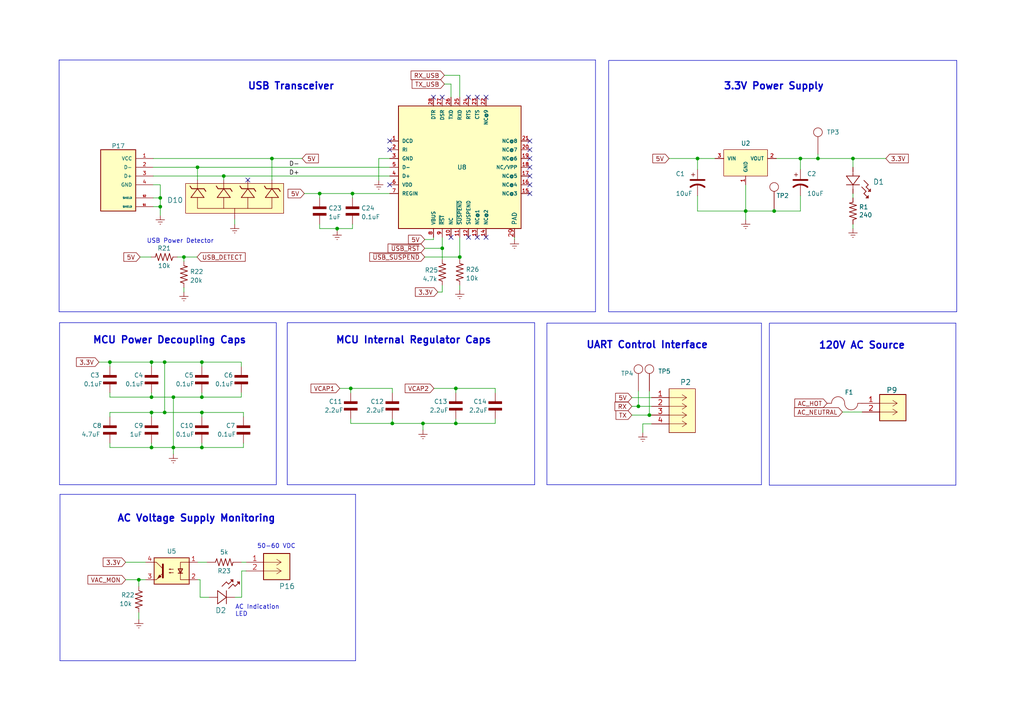
<source format=kicad_sch>
(kicad_sch (version 20230121) (generator eeschema)
  (paper "A4")
  (lib_symbols
    (symbol "Engine-Controller:RES_0805" (pin_numbers hide) (pin_names (offset 1.016) hide)
      (property "Reference" "R" (at -1.27 1.27 0))
      (property "Value" "Engine-Controller_RES_0805" (at -3.81 -2.54 0))
      (symbol "RES_0805_0_0"
        (polyline (pts (xy -2.54 0) (xy -2.159 1.016)) (stroke (width 0.2032)))
        (polyline (pts (xy -2.159 1.016) (xy -1.524 -1.016)) (stroke (width 0.2032)))
        (polyline (pts (xy -1.524 -1.016) (xy -0.889 1.016)) (stroke (width 0.2032)))
        (polyline (pts (xy -0.889 1.016) (xy -0.254 -1.016)) (stroke (width 0.2032)))
        (polyline (pts (xy -0.254 -1.016) (xy 0.381 1.016)) (stroke (width 0.2032)))
        (polyline (pts (xy 0.381 1.016) (xy 1.016 -1.016)) (stroke (width 0.2032)))
        (polyline (pts (xy 1.016 -1.016) (xy 1.651 1.016)) (stroke (width 0.2032)))
        (polyline (pts (xy 1.651 1.016) (xy 2.286 -1.016)) (stroke (width 0.2032)))
        (polyline (pts (xy 2.286 -1.016) (xy 2.54 0)) (stroke (width 0.2032)))
        (pin passive line (at -5.08 0 0) (length 2.54) (name "~") (number "1"))
        (pin passive line (at 5.08 0 180) (length 2.54) (name "~") (number "2"))
      )
    )
    (symbol "Flight-Computer:CAP_0603" (pin_numbers hide) (pin_names (offset 1.016) hide)
      (property "Reference" "C" (at -1.27 3.81 0))
      (property "Value" "CAP_0603" (at -3.81 -3.81 0))
      (symbol "CAP_0603_0_0"
        (rectangle (start -1.27 -1.905) (end -0.635 1.905) (fill (type outline)))
        (rectangle (start 0.635 -1.905) (end 1.27 1.905) (fill (type outline)))
        (pin passive line (at 3.81 0 180) (length 2.54) (name "~") (number "1"))
        (pin passive line (at -3.81 0 0) (length 2.54) (name "~") (number "2"))
      )
    )
    (symbol "Flight-Computer:CP2102-GMR(QFN28)" (pin_names (offset 1.016))
      (property "Reference" "U" (at -15.24 19.05 0))
      (symbol "CP2102-GMR(QFN28)_0_0"
        (rectangle (start -17.78 17.78) (end 17.78 -17.78) (stroke (width 0.254)) (fill (type background)))
        (pin bidirectional line (at -20.32 7.62 0) (length 2.54) (name "DCD") (number "1"))
        (pin bidirectional line (at -2.54 -20.32 90) (length 2.54) (name "NC") (number "10"))
        (pin bidirectional line (at 0 -20.32 90) (length 2.54) (name "~{SUSPEND}") (number "11"))
        (pin bidirectional line (at 2.54 -20.32 90) (length 2.54) (name "SUSPEND") (number "12"))
        (pin bidirectional line (at 5.08 -20.32 90) (length 2.54) (name "NC@1") (number "13"))
        (pin bidirectional line (at 7.62 -20.32 90) (length 2.54) (name "NC@2") (number "14"))
        (pin bidirectional line (at 20.32 -7.62 180) (length 2.54) (name "NC@3") (number "15"))
        (pin bidirectional line (at 20.32 -5.08 180) (length 2.54) (name "NC@4") (number "16"))
        (pin bidirectional line (at 20.32 -2.54 180) (length 2.54) (name "NC@5") (number "17"))
        (pin bidirectional line (at 20.32 0 180) (length 2.54) (name "NC/VPP") (number "18"))
        (pin bidirectional line (at 20.32 2.54 180) (length 2.54) (name "NC@6") (number "19"))
        (pin bidirectional line (at -20.32 5.08 0) (length 2.54) (name "RI") (number "2"))
        (pin bidirectional line (at 20.32 5.08 180) (length 2.54) (name "NC@7") (number "20"))
        (pin bidirectional line (at 20.32 7.62 180) (length 2.54) (name "NC@8") (number "21"))
        (pin bidirectional line (at 7.62 20.32 270) (length 2.54) (name "NC@9") (number "22"))
        (pin bidirectional line (at 5.08 20.32 270) (length 2.54) (name "CTS") (number "23"))
        (pin bidirectional line (at 2.54 20.32 270) (length 2.54) (name "RTS") (number "24"))
        (pin bidirectional line (at 0 20.32 270) (length 2.54) (name "RXD") (number "25"))
        (pin bidirectional line (at -2.54 20.32 270) (length 2.54) (name "TXD") (number "26"))
        (pin bidirectional line (at -5.08 20.32 270) (length 2.54) (name "DSR") (number "27"))
        (pin bidirectional line (at -7.62 20.32 270) (length 2.54) (name "DTR") (number "28"))
        (pin power_in line (at -20.32 2.54 0) (length 2.54) (name "GND") (number "3"))
        (pin bidirectional line (at -20.32 -2.54 0) (length 2.54) (name "D+") (number "4"))
        (pin bidirectional line (at -20.32 0 0) (length 2.54) (name "D-") (number "5"))
        (pin bidirectional line (at -20.32 -5.08 0) (length 2.54) (name "VDD") (number "6"))
        (pin power_in line (at -20.32 -7.62 0) (length 2.54) (name "REGIN") (number "7"))
        (pin power_in line (at -7.62 -20.32 90) (length 2.54) (name "VBUS") (number "8"))
        (pin bidirectional line (at -5.08 -20.32 90) (length 2.54) (name "~{RST}") (number "9"))
      )
      (symbol "CP2102-GMR(QFN28)_1_1"
        (pin passive line (at 15.875 -20.32 90) (length 2.54) (name "PAD") (number "29"))
      )
    )
    (symbol "Flight-Computer:Earth" (power) (pin_names (offset 0))
      (symbol "Earth_0_1"
        (polyline (pts (xy -0.635 -1.905) (xy 0.635 -1.905)))
        (polyline (pts (xy -0.127 -2.54) (xy 0.127 -2.54)))
        (polyline (pts (xy 0 -1.27) (xy 0 0)))
        (polyline (pts (xy 1.27 -1.27) (xy -1.27 -1.27)))
      )
      (symbol "Earth_1_1"
        (pin power_in line (at 0 0 270) (length 0) hide (name "Earth") (number "1"))
      )
    )
    (symbol "Flight-Computer:RES_0603" (pin_numbers hide) (pin_names (offset 1.016) hide)
      (property "Reference" "R" (at -1.27 1.27 0))
      (property "Value" "RES_0603" (at -3.81 -2.54 0))
      (symbol "RES_0603_0_0"
        (polyline (pts (xy -2.54 0) (xy -2.159 1.016)) (stroke (width 0.2032)))
        (polyline (pts (xy -2.159 1.016) (xy -1.524 -1.016)) (stroke (width 0.2032)))
        (polyline (pts (xy -1.524 -1.016) (xy -0.889 1.016)) (stroke (width 0.2032)))
        (polyline (pts (xy -0.889 1.016) (xy -0.254 -1.016)) (stroke (width 0.2032)))
        (polyline (pts (xy -0.254 -1.016) (xy 0.381 1.016)) (stroke (width 0.2032)))
        (polyline (pts (xy 0.381 1.016) (xy 1.016 -1.016)) (stroke (width 0.2032)))
        (polyline (pts (xy 1.016 -1.016) (xy 1.651 1.016)) (stroke (width 0.2032)))
        (polyline (pts (xy 1.651 1.016) (xy 2.286 -1.016)) (stroke (width 0.2032)))
        (polyline (pts (xy 2.286 -1.016) (xy 2.54 0)) (stroke (width 0.2032)))
        (pin passive line (at -3.81 0 0) (length 1.27) (name "~") (number "1"))
        (pin passive line (at 3.81 0 180) (length 1.27) (name "~") (number "2"))
      )
    )
    (symbol "Flight-Computer:SP0504BAHTG" (pin_numbers hide) (pin_names hide)
      (property "Reference" "D" (at -15.748 1.905 0))
      (symbol "SP0504BAHTG_0_1"
        (rectangle (start -14.224 4.699) (end 14.224 -3.937) (stroke (width 0.1524)) (fill (type background)))
        (polyline (pts (xy -8.89 3.175) (xy -8.382 2.413)) (stroke (width 0.254)))
        (polyline (pts (xy -3.175 0.635) (xy -3.175 -2.54)) (stroke (width 0.1524)))
        (polyline (pts (xy 3.81 0.635) (xy 3.81 -2.54)) (stroke (width 0.1524)))
        (polyline (pts (xy -8.89 3.175) (xy -12.446 3.175) (xy -12.954 3.937)) (stroke (width 0.254)))
        (polyline (pts (xy 10.795 0.635) (xy 10.795 -2.54) (xy 0 -2.54)) (stroke (width 0.1524)))
        (polyline (pts (xy 0 -3.175) (xy 0 -2.54) (xy -10.795 -2.54) (xy -10.795 0.635)) (stroke (width 0.1524)))
      )
      (symbol "SP0504BAHTG_1_1"
        (polyline (pts (xy -12.7 0.635) (xy -8.89 0.635)) (stroke (width 0.2032)))
        (polyline (pts (xy -10.795 3.175) (xy -12.7 0.635)) (stroke (width 0.2032)))
        (polyline (pts (xy -8.89 0.635) (xy -10.795 3.175)) (stroke (width 0.2032)))
        (polyline (pts (xy -5.08 0.635) (xy -1.27 0.635)) (stroke (width 0.2032)))
        (polyline (pts (xy -3.175 3.175) (xy -5.08 0.635)) (stroke (width 0.2032)))
        (polyline (pts (xy -1.27 0.635) (xy -3.175 3.175)) (stroke (width 0.2032)))
        (polyline (pts (xy -1.27 3.175) (xy -0.762 2.413)) (stroke (width 0.254)))
        (polyline (pts (xy 1.905 0.635) (xy 5.715 0.635)) (stroke (width 0.2032)))
        (polyline (pts (xy 3.81 3.175) (xy 1.905 0.635)) (stroke (width 0.2032)))
        (polyline (pts (xy 5.588 3.175) (xy 6.096 2.413)) (stroke (width 0.254)))
        (polyline (pts (xy 5.715 0.635) (xy 3.81 3.175)) (stroke (width 0.2032)))
        (polyline (pts (xy 8.89 0.635) (xy 12.7 0.635)) (stroke (width 0.2032)))
        (polyline (pts (xy 10.795 3.175) (xy 8.89 0.635)) (stroke (width 0.2032)))
        (polyline (pts (xy 12.7 0.635) (xy 10.795 3.175)) (stroke (width 0.2032)))
        (polyline (pts (xy 12.7 3.175) (xy 13.208 2.413)) (stroke (width 0.254)))
        (polyline (pts (xy -1.27 3.175) (xy -4.826 3.175) (xy -5.334 3.937)) (stroke (width 0.254)))
        (polyline (pts (xy 5.588 3.175) (xy 2.032 3.175) (xy 1.524 3.937)) (stroke (width 0.254)))
        (polyline (pts (xy 12.7 3.175) (xy 9.144 3.175) (xy 8.636 3.937)) (stroke (width 0.254)))
        (pin passive line (at -10.795 5.715 270) (length 2.54) (name "~") (number "1"))
        (pin passive line (at 0 -5.715 90) (length 2.54) (name "~") (number "2"))
        (pin passive line (at -3.175 5.715 270) (length 2.54) (name "~") (number "3"))
        (pin passive line (at 3.81 5.715 270) (length 2.54) (name "~") (number "4"))
        (pin passive line (at 10.795 5.715 270) (length 2.54) (name "~") (number "5"))
      )
    )
    (symbol "L0005-Valve-Controller:0678L9100-02" (pin_numbers hide) (pin_names (offset 1.016) hide)
      (property "Reference" "F" (at -5.08 2.54 0))
      (symbol "0678L9100-02_0_0"
        (arc (start 0 0) (mid -1.905 1.8967) (end -3.81 0) (stroke (width 0.1524)))
        (polyline (pts (xy -5.08 0) (xy -3.81 0)) (stroke (width 0.1524)))
        (polyline (pts (xy 5.08 0) (xy 3.81 0)) (stroke (width 0.1524)))
        (arc (start 0 0) (mid 1.905 -1.8967) (end 3.81 0) (stroke (width 0.1524)))
        (pin passive line (at -5.08 0 0) (length 0.254) (name "~") (number "1"))
        (pin passive line (at 5.08 0 180) (length 0.254) (name "~") (number "2"))
      )
    )
    (symbol "L0005-Valve-Controller:140-504-415-000" (pin_names (offset 0.254) hide)
      (property "Reference" "P" (at 7.62 5.08 0))
      (symbol "140-504-415-000_1_1"
        (polyline (pts (xy 5.08 -10.16) (xy 12.7 -10.16)) (stroke (width 0.127)))
        (polyline (pts (xy 5.08 2.54) (xy 5.08 -10.16)) (stroke (width 0.127)))
        (polyline (pts (xy 10.16 -7.62) (xy 5.08 -7.62)) (stroke (width 0.127)))
        (polyline (pts (xy 10.16 -7.62) (xy 8.89 -8.4582)) (stroke (width 0.127)))
        (polyline (pts (xy 10.16 -7.62) (xy 8.89 -6.7818)) (stroke (width 0.127)))
        (polyline (pts (xy 10.16 -5.08) (xy 5.08 -5.08)) (stroke (width 0.127)))
        (polyline (pts (xy 10.16 -5.08) (xy 8.89 -5.9182)) (stroke (width 0.127)))
        (polyline (pts (xy 10.16 -5.08) (xy 8.89 -4.2418)) (stroke (width 0.127)))
        (polyline (pts (xy 10.16 -2.54) (xy 5.08 -2.54)) (stroke (width 0.127)))
        (polyline (pts (xy 10.16 -2.54) (xy 8.89 -3.3782)) (stroke (width 0.127)))
        (polyline (pts (xy 10.16 -2.54) (xy 8.89 -1.7018)) (stroke (width 0.127)))
        (polyline (pts (xy 10.16 0) (xy 5.08 0)) (stroke (width 0.127)))
        (polyline (pts (xy 10.16 0) (xy 8.89 -0.8382)) (stroke (width 0.127)))
        (polyline (pts (xy 10.16 0) (xy 8.89 0.8382)) (stroke (width 0.127)))
        (polyline (pts (xy 12.7 -10.16) (xy 12.7 2.54)) (stroke (width 0.127)))
        (polyline (pts (xy 12.7 2.54) (xy 5.08 2.54)) (stroke (width 0.127)) (fill (type background)))
        (rectangle (start 5.08 2.54) (end 12.7 -10.16) (stroke (width 0.127)) (fill (type background)))
        (pin passive line (at 0 0 0) (length 5.08) (name "+12V") (number "1"))
        (pin passive line (at 0 -2.54 0) (length 5.08) (name "GND") (number "2"))
        (pin passive line (at 0 -5.08 0) (length 5.08) (name "3") (number "3"))
        (pin passive line (at 0 -7.62 0) (length 5.08) (name "4") (number "4"))
      )
    )
    (symbol "L0005-Valve-Controller:647676-2" (pin_names (offset 0.254) hide)
      (property "Reference" "P" (at 6.35 5.08 0))
      (symbol "647676-2_0_0"
        (rectangle (start 5.08 2.54) (end 12.7 -5.08) (stroke (width 0.254)) (fill (type background)))
      )
      (symbol "647676-2_1_1"
        (polyline (pts (xy 5.08 -5.08) (xy 12.7 -5.08)) (stroke (width 0.127)))
        (polyline (pts (xy 5.08 2.54) (xy 5.08 -5.08)) (stroke (width 0.127)))
        (polyline (pts (xy 10.16 -2.54) (xy 5.08 -2.54)) (stroke (width 0.127)))
        (polyline (pts (xy 10.16 -2.54) (xy 8.89 -3.3782)) (stroke (width 0.127)))
        (polyline (pts (xy 10.16 -2.54) (xy 8.89 -1.7018)) (stroke (width 0.127)))
        (polyline (pts (xy 10.16 0) (xy 5.08 0)) (stroke (width 0.127)))
        (polyline (pts (xy 10.16 0) (xy 8.89 -0.8382)) (stroke (width 0.127)))
        (polyline (pts (xy 10.16 0) (xy 8.89 0.8382)) (stroke (width 0.127)))
        (polyline (pts (xy 12.7 -5.08) (xy 12.7 2.54)) (stroke (width 0.127)))
        (polyline (pts (xy 12.7 2.54) (xy 5.08 2.54)) (stroke (width 0.127)))
        (pin passive line (at 0 0 0) (length 5.08) (name "1") (number "1"))
        (pin passive line (at 0 -2.54 0) (length 5.08) (name "2") (number "2"))
      )
    )
    (symbol "L0005-Valve-Controller:CAP_0603" (pin_numbers hide) (pin_names (offset 1.016) hide)
      (property "Reference" "C" (at -1.27 3.81 0))
      (property "Value" "CAP_0603" (at -3.81 -3.81 0))
      (symbol "CAP_0603_0_0"
        (rectangle (start -1.27 -1.905) (end -0.635 1.905) (fill (type outline)))
        (rectangle (start 0.635 -1.905) (end 1.27 1.905) (fill (type outline)))
        (pin passive line (at 3.81 0 180) (length 2.54) (name "~") (number "1"))
        (pin passive line (at -3.81 0 0) (length 2.54) (name "~") (number "2"))
      )
    )
    (symbol "L0005-Valve-Controller:CAP_Polar" (pin_numbers hide) (pin_names (offset 0.254) hide)
      (property "Reference" "C" (at 0.635 2.54 0))
      (property "Value" "CAP_Polar" (at 0.635 -2.54 0))
      (symbol "CAP_Polar_0_1"
        (polyline (pts (xy -2.032 0.762) (xy 2.032 0.762)) (stroke (width 0.508)))
        (polyline (pts (xy -1.778 2.286) (xy -0.762 2.286)))
        (polyline (pts (xy -1.27 1.778) (xy -1.27 2.794)))
        (arc (start 2.032 -1.27) (mid 0 -0.5572) (end -2.032 -1.27) (stroke (width 0.508)))
      )
      (symbol "CAP_Polar_1_1"
        (pin passive line (at 0 3.81 270) (length 2.794) (name "~") (number "1"))
        (pin passive line (at 0 -3.81 90) (length 3.302) (name "~") (number "2"))
      )
    )
    (symbol "L0005-Valve-Controller:Earth" (power) (pin_names (offset 0))
      (symbol "Earth_0_1"
        (polyline (pts (xy -0.635 -1.905) (xy 0.635 -1.905)))
        (polyline (pts (xy -0.127 -2.54) (xy 0.127 -2.54)))
        (polyline (pts (xy 0 -1.27) (xy 0 0)))
        (polyline (pts (xy 1.27 -1.27) (xy -1.27 -1.27)))
      )
      (symbol "Earth_1_1"
        (pin power_in line (at 0 0 270) (length 0) hide (name "Earth") (number "1"))
      )
    )
    (symbol "L0005-Valve-Controller:LED_GREEN" (pin_numbers hide) (pin_names hide)
      (property "Reference" "D" (at 3.81 5.08 0))
      (symbol "LED_GREEN_1_1"
        (polyline (pts (xy -1.905 0) (xy 1.905 0)) (stroke (width 0.2032)))
        (polyline (pts (xy -1.905 2.54) (xy 0 0)) (stroke (width 0.2032)))
        (polyline (pts (xy 0 0) (xy 0 -1.27)) (stroke (width 0.1524)))
        (polyline (pts (xy 0 0) (xy 1.905 2.54)) (stroke (width 0.2032)))
        (polyline (pts (xy 0 3.175) (xy 0 2.54)) (stroke (width 0.1524)))
        (polyline (pts (xy 0 3.81) (xy 0 2.8702)) (stroke (width 0.1524)))
        (polyline (pts (xy 1.905 2.54) (xy -1.905 2.54)) (stroke (width 0.2032)))
        (polyline (pts (xy 2.54 -0.635) (xy 3.81 -1.905)) (stroke (width 0.2032)))
        (polyline (pts (xy 3.175 -2.54) (xy 4.445 -3.81)) (stroke (width 0.2032)))
        (polyline (pts (xy 3.175 1.27) (xy 4.445 0)) (stroke (width 0.2032)))
        (polyline (pts (xy 3.81 -3.81) (xy 4.445 -3.81)) (stroke (width 0.2032)))
        (polyline (pts (xy 3.81 -1.905) (xy 3.175 -2.54)) (stroke (width 0.2032)))
        (polyline (pts (xy 3.81 -0.635) (xy 5.08 -1.905)) (stroke (width 0.2032)))
        (polyline (pts (xy 4.445 -3.81) (xy 4.445 -3.175)) (stroke (width 0.2032)))
        (polyline (pts (xy 4.445 -3.175) (xy 3.81 -3.81)) (stroke (width 0.2032)))
        (polyline (pts (xy 4.445 -1.905) (xy 5.08 -1.905)) (stroke (width 0.2032)))
        (polyline (pts (xy 4.445 0) (xy 3.81 -0.635)) (stroke (width 0.2032)))
        (polyline (pts (xy 5.08 -1.905) (xy 5.08 -1.27)) (stroke (width 0.2032)))
        (polyline (pts (xy 5.08 -1.27) (xy 4.445 -1.905)) (stroke (width 0.2032)))
        (pin passive line (at 0 -2.54 90) (length 1.27) (name "1") (number "1"))
        (pin passive line (at 0 5.08 270) (length 1.27) (name "2") (number "2"))
      )
    )
    (symbol "L0005-Valve-Controller:LMS8117AMP-3.3_NOPB" (pin_names (offset 1.016))
      (property "Reference" "U" (at -1.27 5.08 0))
      (symbol "LMS8117AMP-3.3_NOPB_0_1"
        (rectangle (start -6.35 3.81) (end 6.35 -3.81) (fill (type background)))
      )
      (symbol "LMS8117AMP-3.3_NOPB_1_1"
        (pin input line (at 0 -6.35 90) (length 2.54) (name "GND") (number "1"))
        (pin power_out line (at 8.89 1.27 180) (length 2.54) (name "VOUT") (number "2"))
        (pin input line (at -8.89 1.27 0) (length 2.54) (name "VIN") (number "3"))
      )
    )
    (symbol "L0005-Valve-Controller:Optocoupler" (pin_names (offset 1.016))
      (property "Reference" "U" (at -5.08 5.08 0))
      (symbol "Optocoupler_0_1"
        (rectangle (start -5.08 3.81) (end 5.08 -3.81) (stroke (width 0.254)) (fill (type background)))
        (polyline (pts (xy -3.175 -0.635) (xy -1.905 -0.635)) (stroke (width 0.254)))
        (polyline (pts (xy 2.54 0.635) (xy 4.445 2.54)))
        (polyline (pts (xy 4.445 -2.54) (xy 2.54 -0.635)) (fill (type outline)))
        (polyline (pts (xy 4.445 -2.54) (xy 5.08 -2.54)))
        (polyline (pts (xy 4.445 2.54) (xy 5.08 2.54)))
        (polyline (pts (xy -5.08 2.54) (xy -2.54 2.54) (xy -2.54 -0.635)))
        (polyline (pts (xy -2.54 -0.635) (xy -2.54 -2.54) (xy -5.08 -2.54)))
        (polyline (pts (xy 2.54 1.905) (xy 2.54 -1.905) (xy 2.54 -1.905)) (stroke (width 0.508)))
        (polyline (pts (xy -2.54 -0.635) (xy -3.175 0.635) (xy -1.905 0.635) (xy -2.54 -0.635)) (stroke (width 0.254)))
        (polyline (pts (xy -0.508 -0.508) (xy 0.762 -0.508) (xy 0.381 -0.635) (xy 0.381 -0.381) (xy 0.762 -0.508)))
        (polyline (pts (xy -0.508 0.508) (xy 0.762 0.508) (xy 0.381 0.381) (xy 0.381 0.635) (xy 0.762 0.508)))
        (polyline (pts (xy 3.048 -1.651) (xy 3.556 -1.143) (xy 4.064 -2.159) (xy 3.048 -1.651) (xy 3.048 -1.651)) (fill (type outline)))
      )
      (symbol "Optocoupler_1_1"
        (pin passive line (at -7.62 2.54 0) (length 2.54) (name "~") (number "1"))
        (pin passive line (at -7.62 -2.54 0) (length 2.54) (name "~") (number "2"))
        (pin passive line (at 7.62 -2.54 180) (length 2.54) (name "~") (number "3"))
        (pin passive line (at 7.62 2.54 180) (length 2.54) (name "~") (number "4"))
      )
    )
    (symbol "L0005-Valve-Controller:RES_0603" (pin_numbers hide) (pin_names (offset 1.016) hide)
      (property "Reference" "R" (at -1.27 1.27 0))
      (property "Value" "RES_0603" (at -3.81 -2.54 0))
      (symbol "RES_0603_0_0"
        (polyline (pts (xy -2.54 0) (xy -2.159 1.016)) (stroke (width 0.2032)))
        (polyline (pts (xy -2.159 1.016) (xy -1.524 -1.016)) (stroke (width 0.2032)))
        (polyline (pts (xy -1.524 -1.016) (xy -0.889 1.016)) (stroke (width 0.2032)))
        (polyline (pts (xy -0.889 1.016) (xy -0.254 -1.016)) (stroke (width 0.2032)))
        (polyline (pts (xy -0.254 -1.016) (xy 0.381 1.016)) (stroke (width 0.2032)))
        (polyline (pts (xy 0.381 1.016) (xy 1.016 -1.016)) (stroke (width 0.2032)))
        (polyline (pts (xy 1.016 -1.016) (xy 1.651 1.016)) (stroke (width 0.2032)))
        (polyline (pts (xy 1.651 1.016) (xy 2.286 -1.016)) (stroke (width 0.2032)))
        (polyline (pts (xy 2.286 -1.016) (xy 2.54 0)) (stroke (width 0.2032)))
        (pin passive line (at -3.81 0 0) (length 1.27) (name "~") (number "1"))
        (pin passive line (at 3.81 0 180) (length 1.27) (name "~") (number "2"))
      )
    )
    (symbol "L0005-Valve-Controller:TP" (pin_numbers hide) (pin_names (offset 1.016) hide)
      (property "Reference" "TP" (at 0 8.89 0))
      (symbol "TP_0_1"
        (circle (center 0 6.35) (radius 1.27))
      )
      (symbol "TP_1_1"
        (pin passive line (at 0 0 90) (length 5.08) (name "~") (number "1"))
      )
    )
    (symbol "L0005-Valve-Controller:USB" (pin_names (offset 1.016))
      (property "Reference" "P" (at -5.08 10.922 0))
      (symbol "USB_0_0"
        (rectangle (start -5.08 -7.62) (end 5.08 10.16) (stroke (width 0.254)) (fill (type background)))
        (pin power_out line (at -10.16 7.62 0) (length 5.08) (name "VCC") (number "1"))
        (pin bidirectional line (at -10.16 5.08 0) (length 5.08) (name "D-") (number "2"))
        (pin bidirectional line (at -10.16 2.54 0) (length 5.08) (name "D+") (number "3"))
        (pin power_out line (at -10.16 0 0) (length 5.08) (name "GND") (number "4"))
        (pin passive line (at -10.16 -6.35 0) (length 5.08) (name "SHIELD") (number "S1"))
        (pin passive line (at -10.16 -3.81 0) (length 5.08) (name "SHIELD") (number "S2"))
      )
    )
  )
  (junction (at 64.897 51.054))
  (junction (at 43.942 105.029))
  (junction (at 46.482 57.404))
  (junction (at 58.547 105.029))
  (junction (at 43.942 129.794))
  (junction (at 133.35 74.549))
  (junction (at 92.71 56.134))
  (junction (at 128.27 72.009))
  (junction (at 58.547 115.189))
  (junction (at 57.277 48.514))
  (junction (at 232.156 45.974))
  (junction (at 185.166 117.856))
  (junction (at 47.752 119.634))
  (junction (at 202.311 45.974))
  (junction (at 50.292 129.794))
  (junction (at 188.341 120.396))
  (junction (at 58.547 129.794))
  (junction (at 43.942 115.189))
  (junction (at 58.547 119.634))
  (junction (at 97.79 66.294))
  (junction (at 43.942 119.634))
  (junction (at 132.207 122.809))
  (junction (at 50.292 115.189))
  (junction (at 78.867 45.974))
  (junction (at 101.727 112.649))
  (junction (at 224.536 61.214))
  (junction (at 40.259 168.148))
  (junction (at 102.235 56.134))
  (junction (at 46.482 59.944))
  (junction (at 113.792 122.809))
  (junction (at 122.682 122.809))
  (junction (at 53.34 74.549))
  (junction (at 47.752 105.029))
  (junction (at 237.236 45.974))
  (junction (at 31.877 105.029))
  (junction (at 247.396 45.974))
  (junction (at 216.281 61.214))
  (junction (at 132.207 112.649))
  (no_connect (at 135.89 28.194))
  (no_connect (at 140.97 28.194))
  (no_connect (at 71.882 52.197))
  (no_connect (at 130.81 68.834))
  (no_connect (at 138.43 28.194))
  (no_connect (at 153.67 43.434))
  (no_connect (at 113.03 40.894))
  (no_connect (at 153.67 53.594))
  (no_connect (at 153.67 48.514))
  (no_connect (at 113.03 53.594))
  (no_connect (at 153.67 56.134))
  (no_connect (at 153.67 45.974))
  (no_connect (at 125.73 28.194))
  (no_connect (at 135.89 68.834))
  (no_connect (at 153.67 51.054))
  (no_connect (at 113.03 43.434))
  (no_connect (at 128.27 28.194))
  (no_connect (at 140.97 68.834))
  (no_connect (at 153.67 40.894))
  (no_connect (at 138.43 68.834))
  (wire (pts (xy 183.261 115.316) (xy 188.976 115.316)))
  (wire (pts (xy 28.702 105.029) (xy 31.877 105.029)))
  (wire (pts (xy 53.34 74.549) (xy 57.15 74.549)))
  (polyline (pts (xy 17.272 140.589) (xy 17.272 93.599)))
  (wire (pts (xy 123.19 69.469) (xy 125.73 69.469)))
  (wire (pts (xy 31.877 128.524) (xy 31.877 129.794)))
  (wire (pts (xy 92.71 65.024) (xy 92.71 66.294)))
  (wire (pts (xy 43.942 119.634) (xy 47.752 119.634)))
  (wire (pts (xy 123.19 72.009) (xy 128.27 72.009)))
  (wire (pts (xy 46.482 59.944) (xy 46.482 62.484)))
  (wire (pts (xy 128.27 72.009) (xy 128.27 68.834)))
  (wire (pts (xy 202.311 61.214) (xy 216.281 61.214)))
  (wire (pts (xy 133.35 82.804) (xy 133.35 84.074)))
  (wire (pts (xy 101.727 121.539) (xy 101.727 122.809)))
  (wire (pts (xy 244.348 119.507) (xy 250.063 119.507)))
  (wire (pts (xy 98.552 112.649) (xy 101.727 112.649)))
  (wire (pts (xy 40.64 74.549) (xy 43.815 74.549)))
  (wire (pts (xy 43.942 105.029) (xy 47.752 105.029)))
  (wire (pts (xy 123.19 74.549) (xy 133.35 74.549)))
  (wire (pts (xy 69.977 106.299) (xy 69.977 105.029)))
  (wire (pts (xy 247.396 66.294) (xy 247.396 65.024)))
  (wire (pts (xy 31.877 115.189) (xy 43.942 115.189)))
  (wire (pts (xy 58.547 105.029) (xy 69.977 105.029)))
  (wire (pts (xy 113.03 45.974) (xy 109.855 45.974)))
  (wire (pts (xy 70.612 129.794) (xy 70.612 128.524)))
  (wire (pts (xy 149.225 68.834) (xy 149.225 69.469)))
  (wire (pts (xy 92.71 56.134) (xy 92.71 57.404)))
  (wire (pts (xy 44.45 57.404) (xy 46.482 57.404)))
  (wire (pts (xy 186.436 122.936) (xy 188.976 122.936)))
  (wire (pts (xy 194.056 45.974) (xy 202.311 45.974)))
  (wire (pts (xy 43.942 113.919) (xy 43.942 115.189)))
  (wire (pts (xy 70.612 119.634) (xy 70.612 120.904)))
  (wire (pts (xy 202.311 56.769) (xy 202.311 61.214)))
  (wire (pts (xy 36.449 163.068) (xy 42.164 163.068)))
  (wire (pts (xy 44.45 45.974) (xy 78.867 45.974)))
  (wire (pts (xy 202.311 45.974) (xy 207.391 45.974)))
  (polyline (pts (xy 17.145 17.399) (xy 172.72 17.399)))
  (wire (pts (xy 101.727 113.919) (xy 101.727 112.649)))
  (polyline (pts (xy 103.124 191.643) (xy 17.399 191.643)))
  (wire (pts (xy 202.311 49.149) (xy 202.311 45.974)))
  (wire (pts (xy 133.35 68.834) (xy 133.35 74.549)))
  (wire (pts (xy 237.236 44.704) (xy 237.236 45.974)))
  (polyline (pts (xy 80.137 93.599) (xy 80.137 140.589)))
  (polyline (pts (xy 155.067 93.599) (xy 155.067 140.589)))
  (wire (pts (xy 216.281 63.754) (xy 216.281 61.214)))
  (wire (pts (xy 128.905 24.384) (xy 130.81 24.384)))
  (wire (pts (xy 109.855 45.974) (xy 109.855 52.324)))
  (wire (pts (xy 113.792 121.539) (xy 113.792 122.809)))
  (wire (pts (xy 70.104 163.068) (xy 71.374 163.068)))
  (wire (pts (xy 53.34 83.439) (xy 53.34 84.709)))
  (wire (pts (xy 47.752 105.029) (xy 47.752 119.634)))
  (wire (pts (xy 113.792 122.809) (xy 122.682 122.809)))
  (wire (pts (xy 46.482 57.404) (xy 46.482 59.944)))
  (wire (pts (xy 216.281 61.214) (xy 216.281 53.594)))
  (wire (pts (xy 64.897 51.054) (xy 113.03 51.054)))
  (polyline (pts (xy 17.145 17.399) (xy 17.145 90.424)))
  (wire (pts (xy 186.436 125.476) (xy 186.436 122.936)))
  (wire (pts (xy 102.235 65.024) (xy 102.235 66.294)))
  (polyline (pts (xy 277.241 140.716) (xy 223.139 140.716)))
  (polyline (pts (xy 83.312 140.589) (xy 83.312 93.599)))
  (polyline (pts (xy 172.72 90.424) (xy 17.145 90.424)))
  (wire (pts (xy 50.292 115.189) (xy 58.547 115.189)))
  (wire (pts (xy 125.73 69.469) (xy 125.73 68.834)))
  (wire (pts (xy 128.905 21.844) (xy 133.35 21.844)))
  (wire (pts (xy 183.261 117.856) (xy 185.166 117.856)))
  (polyline (pts (xy 172.72 17.399) (xy 172.72 90.424)))
  (polyline (pts (xy 277.495 17.526) (xy 277.495 90.424)))
  (wire (pts (xy 122.682 122.809) (xy 132.207 122.809)))
  (wire (pts (xy 125.857 112.649) (xy 132.207 112.649)))
  (wire (pts (xy 44.45 53.594) (xy 46.482 53.594)))
  (wire (pts (xy 46.482 53.594) (xy 46.482 57.404)))
  (wire (pts (xy 113.792 113.919) (xy 113.792 112.649)))
  (wire (pts (xy 58.547 105.029) (xy 58.547 106.299)))
  (wire (pts (xy 58.547 129.794) (xy 70.612 129.794)))
  (wire (pts (xy 51.435 74.549) (xy 53.34 74.549)))
  (wire (pts (xy 44.45 59.944) (xy 46.482 59.944)))
  (wire (pts (xy 64.897 51.054) (xy 64.897 52.197)))
  (wire (pts (xy 183.261 120.396) (xy 188.341 120.396)))
  (wire (pts (xy 58.547 119.634) (xy 70.612 119.634)))
  (wire (pts (xy 31.877 120.904) (xy 31.877 119.634)))
  (wire (pts (xy 58.547 115.189) (xy 58.547 113.919)))
  (polyline (pts (xy 223.139 140.716) (xy 223.139 93.726)))
  (polyline (pts (xy 17.399 191.643) (xy 17.399 143.383)))
  (wire (pts (xy 122.682 122.809) (xy 122.682 124.714)))
  (wire (pts (xy 50.292 115.189) (xy 50.292 129.794)))
  (wire (pts (xy 43.942 115.189) (xy 50.292 115.189)))
  (wire (pts (xy 36.449 168.148) (xy 40.259 168.148)))
  (wire (pts (xy 232.156 45.974) (xy 237.236 45.974)))
  (wire (pts (xy 237.236 45.974) (xy 247.396 45.974)))
  (polyline (pts (xy 83.312 93.599) (xy 155.067 93.599)))
  (wire (pts (xy 132.207 122.809) (xy 132.207 121.539)))
  (wire (pts (xy 224.536 61.214) (xy 232.156 61.214)))
  (wire (pts (xy 53.34 74.549) (xy 53.34 75.819)))
  (wire (pts (xy 102.235 56.134) (xy 102.235 57.404)))
  (wire (pts (xy 232.156 61.214) (xy 232.156 56.769)))
  (wire (pts (xy 47.752 105.029) (xy 58.547 105.029)))
  (wire (pts (xy 43.942 129.794) (xy 43.942 128.524)))
  (wire (pts (xy 78.867 45.974) (xy 87.63 45.974)))
  (wire (pts (xy 43.942 129.794) (xy 50.292 129.794)))
  (polyline (pts (xy 80.137 140.589) (xy 17.272 140.589)))
  (wire (pts (xy 58.547 115.189) (xy 69.977 115.189)))
  (wire (pts (xy 57.277 48.514) (xy 57.277 52.197)))
  (wire (pts (xy 60.579 173.228) (xy 58.039 173.228)))
  (wire (pts (xy 101.727 112.649) (xy 113.792 112.649)))
  (wire (pts (xy 44.45 51.054) (xy 64.897 51.054)))
  (polyline (pts (xy 277.495 90.424) (xy 176.53 90.424)))
  (wire (pts (xy 216.281 61.214) (xy 224.536 61.214)))
  (wire (pts (xy 70.104 173.228) (xy 70.104 165.608)))
  (wire (pts (xy 188.341 120.396) (xy 188.976 120.396)))
  (wire (pts (xy 40.259 168.148) (xy 42.164 168.148)))
  (wire (pts (xy 58.547 129.794) (xy 58.547 128.524)))
  (wire (pts (xy 101.727 122.809) (xy 113.792 122.809)))
  (wire (pts (xy 224.536 60.579) (xy 224.536 61.214)))
  (wire (pts (xy 50.292 129.794) (xy 50.292 131.699)))
  (polyline (pts (xy 17.272 93.599) (xy 80.137 93.599)))
  (wire (pts (xy 31.877 129.794) (xy 43.942 129.794)))
  (polyline (pts (xy 17.399 143.383) (xy 103.124 143.383)))
  (wire (pts (xy 133.35 75.184) (xy 133.35 74.549)))
  (wire (pts (xy 97.79 66.294) (xy 97.79 66.929)))
  (wire (pts (xy 143.637 113.919) (xy 143.637 112.649)))
  (wire (pts (xy 92.71 66.294) (xy 97.79 66.294)))
  (wire (pts (xy 128.27 72.009) (xy 128.27 75.184)))
  (polyline (pts (xy 176.53 90.424) (xy 176.53 17.526)))
  (wire (pts (xy 31.877 105.029) (xy 43.942 105.029)))
  (wire (pts (xy 132.207 112.649) (xy 132.207 113.919)))
  (wire (pts (xy 185.166 117.856) (xy 188.976 117.856)))
  (polyline (pts (xy 155.067 140.589) (xy 83.312 140.589)))
  (wire (pts (xy 143.637 121.539) (xy 143.637 122.809)))
  (wire (pts (xy 50.292 129.794) (xy 58.547 129.794)))
  (wire (pts (xy 68.072 63.627) (xy 68.072 65.024)))
  (wire (pts (xy 58.039 168.148) (xy 57.404 168.148)))
  (wire (pts (xy 247.396 57.404) (xy 247.396 56.134)))
  (polyline (pts (xy 277.241 93.726) (xy 277.241 140.716)))
  (wire (pts (xy 44.45 48.514) (xy 57.277 48.514)))
  (wire (pts (xy 247.396 45.974) (xy 256.921 45.974)))
  (wire (pts (xy 58.547 119.634) (xy 58.547 120.904)))
  (polyline (pts (xy 176.657 17.526) (xy 277.495 17.526)))
  (wire (pts (xy 43.942 119.634) (xy 43.942 120.904)))
  (wire (pts (xy 70.104 165.608) (xy 71.374 165.608)))
  (wire (pts (xy 102.235 66.294) (xy 97.79 66.294)))
  (wire (pts (xy 130.81 24.384) (xy 130.81 28.194)))
  (wire (pts (xy 128.27 84.709) (xy 127 84.709)))
  (wire (pts (xy 57.277 48.514) (xy 113.03 48.514)))
  (polyline (pts (xy 158.623 93.726) (xy 220.853 93.726)))
  (wire (pts (xy 232.156 49.149) (xy 232.156 45.974)))
  (wire (pts (xy 40.259 177.673) (xy 40.259 179.578)))
  (wire (pts (xy 88.265 56.134) (xy 92.71 56.134)))
  (wire (pts (xy 92.71 56.134) (xy 102.235 56.134)))
  (wire (pts (xy 43.942 106.299) (xy 43.942 105.029)))
  (wire (pts (xy 31.877 119.634) (xy 43.942 119.634)))
  (wire (pts (xy 133.35 21.844) (xy 133.35 28.194)))
  (wire (pts (xy 188.341 113.411) (xy 188.341 120.396)))
  (wire (pts (xy 225.171 45.974) (xy 232.156 45.974)))
  (wire (pts (xy 31.877 106.299) (xy 31.877 105.029)))
  (wire (pts (xy 68.199 173.228) (xy 70.104 173.228)))
  (wire (pts (xy 247.396 48.514) (xy 247.396 45.974)))
  (wire (pts (xy 57.404 163.068) (xy 59.944 163.068)))
  (polyline (pts (xy 220.853 140.589) (xy 158.623 140.589)))
  (wire (pts (xy 185.166 113.411) (xy 185.166 117.856)))
  (wire (pts (xy 69.977 113.919) (xy 69.977 115.189)))
  (wire (pts (xy 78.867 45.974) (xy 78.867 52.197)))
  (polyline (pts (xy 223.266 93.726) (xy 277.241 93.726)))
  (wire (pts (xy 31.877 113.919) (xy 31.877 115.189)))
  (wire (pts (xy 40.259 170.053) (xy 40.259 168.148)))
  (polyline (pts (xy 220.853 93.726) (xy 220.853 140.589)))
  (wire (pts (xy 58.039 173.228) (xy 58.039 168.148)))
  (wire (pts (xy 132.207 112.649) (xy 143.637 112.649)))
  (wire (pts (xy 132.207 122.809) (xy 143.637 122.809)))
  (wire (pts (xy 102.235 56.134) (xy 113.03 56.134)))
  (wire (pts (xy 47.752 119.634) (xy 58.547 119.634)))
  (wire (pts (xy 128.27 82.804) (xy 128.27 84.709)))
  (polyline (pts (xy 103.124 143.383) (xy 103.124 191.643)))
  (polyline (pts (xy 158.623 140.589) (xy 158.623 93.726)))
  (text "MCU Power Decoupling Caps" (at 26.797 99.949 0) (effects (font (size 2.032 2.032) (thickness 0.4064) bold) (justify left bottom)))
  (text "UART Control Interface" (at 169.926 101.346 0) (effects (font (size 2.032 2.032) (thickness 0.4064) bold) (justify left bottom)))
  (text "AC Indication\nLED" (at 68.199 178.943 0) (effects (font (size 1.27 1.27)) (justify left bottom)))
  (text "120V AC Source" (at 237.363 101.473 0) (effects (font (size 2.032 2.032) (thickness 0.4064) bold) (justify left bottom)))
  (text "USB Transceiver" (at 71.755 26.289 0) (effects (font (size 2.032 2.032) (thickness 0.4064) bold) (justify left bottom)))
  (text "50-60 VDC" (at 74.549 159.258 0) (effects (font (size 1.27 1.27)) (justify left bottom)))
  (text "AC Voltage Supply Monitoring" (at 33.909 151.638 0) (effects (font (size 2.032 2.032) (thickness 0.4064) bold) (justify left bottom)))
  (text "3.3V Power Supply" (at 209.804 26.289 0) (effects (font (size 2.032 2.032) (thickness 0.4064) bold) (justify left bottom)))
  (text "MCU Internal Regulator Caps" (at 97.282 99.949 0) (effects (font (size 2.032 2.032) (thickness 0.4064) bold) (justify left bottom)))
  (text "USB Power Detector" (at 42.545 70.739 0) (effects (font (size 1.27 1.27)) (justify left bottom)))
  (label "D-" (at 83.82 48.514 0))
  (label "D+" (at 83.82 51.054 0))
  (global_label "3.3V" (shape input) (at 36.449 163.068 180) (property "Intersheetrefs" "${INTERSHEET_REFS}" (effects hide)))
  (global_label "5V" (shape input) (at 87.63 45.974 0) (property "Intersheetrefs" "${INTERSHEET_REFS}" (effects hide)))
  (global_label "VAC_MON" (shape input) (at 36.449 168.148 180) (property "Intersheetrefs" "${INTERSHEET_REFS}" (effects hide)))
  (global_label "5V" (shape input) (at 183.261 115.316 180) (property "Intersheetrefs" "${INTERSHEET_REFS}" (effects hide)))
  (global_label "~{USB_SUSPEND}" (shape input) (at 123.19 74.549 180) (property "Intersheetrefs" "${INTERSHEET_REFS}" (effects hide)))
  (global_label "5V" (shape input) (at 194.056 45.974 180) (property "Intersheetrefs" "${INTERSHEET_REFS}" (effects hide)))
  (global_label "VCAP2" (shape input) (at 125.857 112.649 180) (property "Intersheetrefs" "${INTERSHEET_REFS}" (effects hide)))
  (global_label "RX_USB" (shape input) (at 128.905 21.844 180) (property "Intersheetrefs" "${INTERSHEET_REFS}" (effects hide)))
  (global_label "3.3V" (shape input) (at 127 84.709 180) (property "Intersheetrefs" "${INTERSHEET_REFS}" (effects hide)))
  (global_label "~{USB_RST}" (shape input) (at 123.19 72.009 180) (property "Intersheetrefs" "${INTERSHEET_REFS}" (effects hide)))
  (global_label "5V" (shape input) (at 123.19 69.469 180) (property "Intersheetrefs" "${INTERSHEET_REFS}" (effects hide)))
  (global_label "TX" (shape input) (at 183.261 120.396 180) (property "Intersheetrefs" "${INTERSHEET_REFS}" (effects hide)))
  (global_label "3.3V" (shape input) (at 28.702 105.029 180) (property "Intersheetrefs" "${INTERSHEET_REFS}" (effects hide)))
  (global_label "5V" (shape input) (at 40.64 74.549 180) (property "Intersheetrefs" "${INTERSHEET_REFS}" (effects hide)))
  (global_label "USB_DETECT" (shape input) (at 57.15 74.549 0) (property "Intersheetrefs" "${INTERSHEET_REFS}" (effects hide)))
  (global_label "AC_NEUTRAL" (shape input) (at 244.348 119.507 180) (property "Intersheetrefs" "${INTERSHEET_REFS}" (effects hide)))
  (global_label "5V" (shape input) (at 88.265 56.134 180) (property "Intersheetrefs" "${INTERSHEET_REFS}" (effects hide)))
  (global_label "3.3V" (shape input) (at 256.921 45.974 0) (property "Intersheetrefs" "${INTERSHEET_REFS}" (effects hide)))
  (global_label "VCAP1" (shape input) (at 98.552 112.649 180) (property "Intersheetrefs" "${INTERSHEET_REFS}" (effects hide)))
  (global_label "AC_HOT" (shape input) (at 239.903 116.967 180) (property "Intersheetrefs" "${INTERSHEET_REFS}" (effects hide)))
  (global_label "RX" (shape input) (at 183.261 117.856 180) (property "Intersheetrefs" "${INTERSHEET_REFS}" (effects hide)))
  (global_label "TX_USB" (shape input) (at 128.905 24.384 180) (property "Intersheetrefs" "${INTERSHEET_REFS}" (effects hide)))
  (symbol (lib_id "Flight-Computer:Earth") (at 68.072 65.024 0) (unit 1)
    (property "Reference" "#PWR042" (effects hide))
    (property "Value" "Earth" (effects hide))
    (instances (project "Flight-Computer" (path "" (reference "#PWR042") (unit 1))) (project "L0005-Valve-Controller" (path "" (reference "#PWR025") (unit 1))))
  )
  (symbol (lib_id "L0005-Valve-Controller:CAP_0603") (at 58.547 124.714 270) (unit 1)
    (property "Reference" "C10" (at 52.197 123.444 90) (effects (justify left)))
    (property "Value" "0.1uF" (at 50.927 125.984 90) (effects (justify left)))
    (property "Footprint" "L0005-Valve-Controller:CAP_0603" (effects hide))
  )
  (symbol (lib_id "L0005-Valve-Controller:CAP_0603") (at 70.612 124.714 270) (unit 1)
    (property "Reference" "C7" (at 65.532 123.444 90) (effects (justify left)))
    (property "Value" "0.1uF" (at 62.992 125.984 90) (effects (justify left)))
    (property "Footprint" "L0005-Valve-Controller:CAP_0603" (effects hide))
  )
  (symbol (lib_id "L0005-Valve-Controller:CAP_0603") (at 143.637 117.729 270) (unit 1)
    (property "Reference" "C14" (at 137.287 116.459 90) (effects (justify left)))
    (property "Value" "2.2uF" (at 136.017 118.999 90) (effects (justify left)))
    (property "Footprint" "L0005-Valve-Controller:CAP_0603" (effects hide))
  )
  (symbol (lib_id "Flight-Computer:Earth") (at 53.34 84.709 0) (unit 1)
    (property "Reference" "#PWR040" (effects hide))
    (property "Value" "Earth" (effects hide))
    (instances (project "Flight-Computer" (path "" (reference "#PWR040") (unit 1))) (project "L0005-Valve-Controller" (path "" (reference "#PWR036") (unit 1))))
  )
  (symbol (lib_id "L0005-Valve-Controller:Earth") (at 216.281 63.754 0) (unit 1)
    (property "Reference" "#PWR02" (effects hide))
    (property "Value" "Earth" (effects hide))
  )
  (symbol (lib_id "Flight-Computer:CP2102-GMR(QFN28)") (at 133.35 48.514 0) (unit 1)
    (property "Reference" "U8" (at 133.985 48.514 0))
    (property "Value" "CP2102-GMR(QFN28)" (effects hide))
    (property "Footprint" "L0005-Valve-Controller:CP2012-GMR" (effects hide))
    (property "MPN" "CP2102-GMR" (effects hide))
    (instances (project "Flight-Computer" (path "" (reference "U8") (unit 1))) (project "L0005-Valve-Controller" (path "" (reference "U3") (unit 1))))
  )
  (symbol (lib_id "L0005-Valve-Controller:CAP_0603") (at 43.942 110.109 270) (unit 1)
    (property "Reference" "C4" (at 38.862 108.839 90) (effects (justify left)))
    (property "Value" "0.1uF" (at 36.322 111.379 90) (effects (justify left)))
    (property "Footprint" "L0005-Valve-Controller:CAP_0603" (effects hide))
  )
  (symbol (lib_id "L0005-Valve-Controller:Earth") (at 50.292 131.699 0) (unit 1)
    (property "Reference" "#PWR05" (effects hide))
    (property "Value" "Earth" (effects hide))
  )
  (symbol (lib_id "Flight-Computer:RES_0603") (at 133.35 78.994 90) (unit 1)
    (property "Reference" "R26" (at 135.1026 78.1593 90) (effects (justify right)))
    (property "Value" "10k" (at 135.1026 80.6962 90) (effects (justify right)))
    (property "Footprint" "L0005-Valve-Controller:RES_0603" (effects hide))
    (instances (project "Flight-Computer" (path "" (reference "R26") (unit 1))) (project "L0005-Valve-Controller" (path "" (reference "R31") (unit 1))))
  )
  (symbol (lib_id "L0005-Valve-Controller:TP") (at 185.166 113.411 0) (unit 1)
    (property "Reference" "TP4" (at 180.086 108.331 0) (effects (justify left)))
    (property "Value" "TP" (effects hide))
    (property "Footprint" "L0005-Valve-Controller:TP" (effects hide))
  )
  (symbol (lib_id "Flight-Computer:RES_0603") (at 47.625 74.549 180) (unit 1)
    (property "Reference" "R21" (at 47.625 72.009 0))
    (property "Value" "10k" (at 47.625 77.089 0))
    (property "Footprint" "L0005-Valve-Controller:RES_0603" (effects hide))
    (instances (project "Flight-Computer" (path "" (reference "R21") (unit 1))) (project "L0005-Valve-Controller" (path "" (reference "R29") (unit 1))))
  )
  (symbol (lib_id "L0005-Valve-Controller:CAP_0603") (at 101.727 117.729 270) (unit 1)
    (property "Reference" "C11" (at 95.377 116.459 90) (effects (justify left)))
    (property "Value" "2.2uF" (at 94.107 118.999 90) (effects (justify left)))
    (property "Footprint" "L0005-Valve-Controller:CAP_0603" (effects hide))
  )
  (symbol (lib_id "L0005-Valve-Controller:CAP_0603") (at 113.792 117.729 270) (unit 1)
    (property "Reference" "C12" (at 107.442 116.459 90) (effects (justify left)))
    (property "Value" "2.2uF" (at 106.172 118.999 90) (effects (justify left)))
    (property "Footprint" "L0005-Valve-Controller:CAP_0603" (effects hide))
  )
  (symbol (lib_id "L0005-Valve-Controller:Earth") (at 186.436 125.476 0) (unit 1)
    (property "Reference" "#PWR010" (effects hide))
    (property "Value" "Earth" (effects hide))
  )
  (symbol (lib_id "L0005-Valve-Controller:CAP_0603") (at 132.207 117.729 270) (unit 1)
    (property "Reference" "C13" (at 125.857 116.459 90) (effects (justify left)))
    (property "Value" "2.2uF" (at 124.587 118.999 90) (effects (justify left)))
    (property "Footprint" "L0005-Valve-Controller:CAP_0603" (effects hide))
  )
  (symbol (lib_id "L0005-Valve-Controller:CAP_0603") (at 31.877 124.714 270) (unit 1)
    (property "Reference" "C8" (at 26.797 123.444 90) (effects (justify left)))
    (property "Value" "4.7uF" (at 23.622 125.984 90) (effects (justify left)))
    (property "Footprint" "L0005-Valve-Controller:CAP_0603" (effects hide))
  )
  (symbol (lib_id "L0005-Valve-Controller:CAP_0603") (at 31.877 110.109 270) (unit 1)
    (property "Reference" "C3" (at 26.162 108.839 90) (effects (justify left)))
    (property "Value" "0.1uF" (at 24.257 111.379 90) (effects (justify left)))
    (property "Footprint" "L0005-Valve-Controller:CAP_0603" (effects hide))
  )
  (symbol (lib_id "L0005-Valve-Controller:CAP_0603") (at 43.942 124.714 270) (unit 1)
    (property "Reference" "C9" (at 38.862 123.444 90) (effects (justify left)))
    (property "Value" "1uF" (at 37.592 125.984 90) (effects (justify left)))
    (property "Footprint" "L0005-Valve-Controller:CAP_0603" (effects hide))
  )
  (symbol (lib_id "Flight-Computer:CAP_0603") (at 102.235 61.214 90) (unit 1)
    (property "Reference" "C24" (at 104.775 60.3793 90) (effects (justify right)))
    (property "Value" "0.1uF" (at 104.775 62.9162 90) (effects (justify right)))
    (property "Footprint" "L0005-Valve-Controller:CAP_0603" (effects hide))
    (instances (project "Flight-Computer" (path "" (reference "C24") (unit 1))) (project "L0005-Valve-Controller" (path "" (reference "C23") (unit 1))))
  )
  (symbol (lib_id "L0005-Valve-Controller:140-504-415-000") (at 188.976 115.316 0) (unit 1)
    (property "Reference" "P2" (at 197.231 110.871 0) (effects (font (size 1.524 1.524)) (justify left)))
    (property "Value" "140-504-415-000" (effects hide))
    (property "Footprint" "L0005-Valve-Controller:140-504-415-000" (effects hide))
  )
  (symbol (lib_id "L0005-Valve-Controller:Earth") (at 40.259 179.578 0) (unit 1)
    (property "Reference" "#PWR028" (effects hide))
    (property "Value" "Earth" (effects hide))
  )
  (symbol (lib_id "Flight-Computer:RES_0603") (at 53.34 79.629 90) (unit 1)
    (property "Reference" "R22" (at 55.0926 78.7943 90) (effects (justify right)))
    (property "Value" "20k" (at 55.0926 81.3312 90) (effects (justify right)))
    (property "Footprint" "L0005-Valve-Controller:RES_0603" (effects hide))
    (instances (project "Flight-Computer" (path "" (reference "R22") (unit 1))) (project "L0005-Valve-Controller" (path "" (reference "R32") (unit 1))))
  )
  (symbol (lib_id "Flight-Computer:CAP_0603") (at 92.71 61.214 90) (unit 1)
    (property "Reference" "C23" (at 95.25 60.3793 90) (effects (justify right)))
    (property "Value" "1uF" (at 95.25 62.9162 90) (effects (justify right)))
    (property "Footprint" "L0005-Valve-Controller:CAP_0603" (effects hide))
    (instances (project "Flight-Computer" (path "" (reference "C23") (unit 1))) (project "L0005-Valve-Controller" (path "" (reference "C22") (unit 1))))
  )
  (symbol (lib_id "L0005-Valve-Controller:647676-2") (at 250.063 116.967 0) (unit 1)
    (property "Reference" "P9" (at 257.048 113.157 0) (effects (font (size 1.524 1.524)) (justify left)))
    (property "Value" "647676-2" (effects hide))
    (property "Footprint" "L0005-Valve-Controller:TE_647676-2" (effects hide))
  )
  (symbol (lib_id "L0005-Valve-Controller:CAP_Polar") (at 202.311 52.959 0) (unit 1)
    (property "Reference" "C1" (at 195.961 50.419 0) (effects (justify left)))
    (property "Value" "10uF" (at 195.961 56.134 0) (effects (justify left)))
    (property "Footprint" "L0005-Valve-Controller:T491A106K010AT" (effects hide))
  )
  (symbol (lib_id "Flight-Computer:Earth") (at 149.225 69.469 0) (unit 1)
    (property "Reference" "#PWR049" (effects hide))
    (property "Value" "Earth" (effects hide))
    (instances (project "Flight-Computer" (path "" (reference "#PWR049") (unit 1))) (project "L0005-Valve-Controller" (path "" (reference "#PWR030") (unit 1))))
  )
  (symbol (lib_id "L0005-Valve-Controller:Optocoupler") (at 49.784 165.608 0) (mirror y) (unit 1)
    (property "Reference" "U5" (at 49.784 159.893 0))
    (property "Value" "Optocoupler" (effects hide))
    (property "Footprint" "L0005-Valve-Controller:Opto_140105146000" (effects hide))
    (property "Datasheet" "http://www.soselectronic.cz/a_info/resource/d/pc817.pdf" (effects hide))
  )
  (symbol (lib_id "L0005-Valve-Controller:RES_0603") (at 247.396 61.214 270) (mirror x) (unit 1)
    (property "Reference" "R1" (at 249.1486 60.0456 90) (effects (justify left)))
    (property "Value" "240" (at 249.1486 62.357 90) (effects (justify left)))
    (property "Footprint" "L0005-Valve-Controller:RES_0603" (effects hide))
  )
  (symbol (lib_id "L0005-Valve-Controller:CAP_0603") (at 69.977 110.109 270) (unit 1)
    (property "Reference" "C6" (at 64.897 108.839 90) (effects (justify left)))
    (property "Value" "0.1uF" (at 62.357 111.379 90) (effects (justify left)))
    (property "Footprint" "L0005-Valve-Controller:CAP_0603" (effects hide))
  )
  (symbol (lib_id "L0005-Valve-Controller:Earth") (at 122.682 124.714 0) (unit 1)
    (property "Reference" "#PWR0101" (effects hide))
    (property "Value" "Earth" (effects hide))
  )
  (symbol (lib_id "L0005-Valve-Controller:LED_GREEN") (at 247.396 53.594 0) (unit 1)
    (property "Reference" "D1" (at 253.2126 52.7558 0) (effects (font (size 1.524 1.524)) (justify left)))
    (property "Value" "LED_GREEN" (effects hide))
    (property "Footprint" "L0005-Valve-Controller:SML-LX1206GC-TR" (effects hide))
  )
  (symbol (lib_id "L0005-Valve-Controller:CAP_Polar") (at 232.156 52.959 0) (unit 1)
    (property "Reference" "C2" (at 234.061 50.419 0) (effects (justify left)))
    (property "Value" "10uF" (at 234.061 56.134 0) (effects (justify left)))
    (property "Footprint" "L0005-Valve-Controller:T491A106K010AT" (effects hide))
  )
  (symbol (lib_id "Flight-Computer:RES_0603") (at 128.27 78.994 90) (unit 1)
    (property "Reference" "R25" (at 123.19 78.359 90) (effects (justify right)))
    (property "Value" "4.7k" (at 122.555 80.899 90) (effects (justify right)))
    (property "Footprint" "L0005-Valve-Controller:RES_0603" (effects hide))
    (instances (project "Flight-Computer" (path "" (reference "R25") (unit 1))) (project "L0005-Valve-Controller" (path "" (reference "R30") (unit 1))))
  )
  (symbol (lib_id "L0005-Valve-Controller:Earth") (at 247.396 66.294 0) (unit 1)
    (property "Reference" "#PWR03" (effects hide))
    (property "Value" "Earth" (effects hide))
  )
  (symbol (lib_id "L0005-Valve-Controller:647676-2") (at 71.374 163.068 0) (unit 1)
    (property "Reference" "P16" (at 80.899 170.053 0) (effects (font (size 1.524 1.524)) (justify left)))
    (property "Value" "647676-2" (effects hide))
    (property "Footprint" "L0005-Valve-Controller:TE_647676-2" (effects hide))
  )
  (symbol (lib_id "Flight-Computer:Earth") (at 97.79 66.929 0) (unit 1)
    (property "Reference" "#PWR043" (effects hide))
    (property "Value" "Earth" (effects hide))
    (instances (project "Flight-Computer" (path "" (reference "#PWR043") (unit 1))) (project "L0005-Valve-Controller" (path "" (reference "#PWR029") (unit 1))))
  )
  (symbol (lib_id "L0005-Valve-Controller:TP") (at 237.236 44.704 0) (unit 1)
    (property "Reference" "TP3" (at 239.776 38.354 0) (effects (justify left)))
    (property "Value" "TP" (effects hide))
    (property "Footprint" "L0005-Valve-Controller:TP" (effects hide))
  )
  (symbol (lib_id "L0005-Valve-Controller:0678L9100-02") (at 244.983 116.967 0) (unit 1)
    (property "Reference" "F1" (at 246.253 113.792 0))
    (property "Value" "0678L9100-02" (effects hide))
    (property "Footprint" "L0005-Valve-Controller:FUSC9830X318N" (effects hide))
  )
  (symbol (lib_id "L0005-Valve-Controller:USB") (at 34.29 53.594 0) (mirror y) (unit 1)
    (property "Reference" "P17" (at 34.29 42.3451 0))
    (property "Value" "USB" (effects hide))
    (property "Footprint" "L0005-Valve-Controller:USB-TypeB" (effects hide))
  )
  (symbol (lib_id "Flight-Computer:Earth") (at 109.855 52.324 0) (unit 1)
    (property "Reference" "#PWR044" (effects hide))
    (property "Value" "Earth" (effects hide))
    (instances (project "Flight-Computer" (path "" (reference "#PWR044") (unit 1))) (project "L0005-Valve-Controller" (path "" (reference "#PWR018") (unit 1))))
  )
  (symbol (lib_id "L0005-Valve-Controller:CAP_0603") (at 58.547 110.109 270) (unit 1)
    (property "Reference" "C5" (at 53.467 108.839 90) (effects (justify left)))
    (property "Value" "0.1uF" (at 50.927 111.379 90) (effects (justify left)))
    (property "Footprint" "L0005-Valve-Controller:CAP_0603" (effects hide))
  )
  (symbol (lib_id "L0005-Valve-Controller:RES_0603") (at 40.259 173.863 270) (unit 1)
    (property "Reference" "R22" (at 37.084 172.593 90))
    (property "Value" "10k" (at 36.449 175.133 90))
    (property "Footprint" "L0005-Valve-Controller:RES_0603" (effects hide))
  )
  (symbol (lib_id "Engine-Controller:RES_0805") (at 65.024 163.068 0) (unit 1)
    (property "Reference" "R23" (at 65.024 165.608 0))
    (property "Value" "5k" (at 65.024 160.147 0))
    (property "Footprint" "L0005-Valve-Controller:RES_0603" (effects hide))
  )
  (symbol (lib_id "L0005-Valve-Controller:TP") (at 224.536 60.579 0) (unit 1)
    (property "Reference" "TP2" (at 225.171 56.769 0) (effects (justify left)))
    (property "Value" "TP" (effects hide))
    (property "Footprint" "L0005-Valve-Controller:TP" (effects hide))
  )
  (symbol (lib_id "Flight-Computer:Earth") (at 46.482 62.484 0) (unit 1)
    (property "Reference" "#PWR039" (effects hide))
    (property "Value" "Earth" (effects hide))
    (instances (project "Flight-Computer" (path "" (reference "#PWR039") (unit 1))) (project "L0005-Valve-Controller" (path "" (reference "#PWR023") (unit 1))))
  )
  (symbol (lib_id "L0005-Valve-Controller:TP") (at 188.341 113.411 0) (unit 1)
    (property "Reference" "TP5" (at 190.881 107.696 0) (effects (justify left)))
    (property "Value" "TP" (effects hide))
    (property "Footprint" "L0005-Valve-Controller:TP" (effects hide))
  )
  (symbol (lib_id "Flight-Computer:Earth") (at 133.35 84.074 0) (unit 1)
    (property "Reference" "#PWR047" (effects hide))
    (property "Value" "Earth" (effects hide))
    (instances (project "Flight-Computer" (path "" (reference "#PWR047") (unit 1))) (project "L0005-Valve-Controller" (path "" (reference "#PWR031") (unit 1))))
  )
  (symbol (lib_id "Flight-Computer:SP0504BAHTG") (at 68.072 57.912 0) (unit 1)
    (property "Reference" "D10" (at 53.1368 58.0515 0) (effects (font (size 1.524 1.524)) (justify right)))
    (property "Value" "SP0504BAHTG" (effects hide))
    (property "Footprint" "L0005-Valve-Controller:SP0504BAHTG" (effects hide))
    (instances (project "Flight-Computer" (path "" (reference "D10") (unit 1))) (project "L0005-Valve-Controller" (path "" (reference "D4") (unit 1))))
  )
  (symbol (lib_id "L0005-Valve-Controller:LMS8117AMP-3.3_NOPB") (at 216.281 47.244 0) (unit 1)
    (property "Reference" "U2" (at 216.281 41.5798 0))
    (property "Value" "LMS8117AMP-3.3_NOPB" (effects hide))
    (property "Footprint" "L0005-Valve-Controller:LMS8117AMP-3.3NOPB" (effects hide))
  )
  (symbol (lib_id "L0005-Valve-Controller:LED_GREEN") (at 65.659 173.228 90) (unit 1)
    (property "Reference" "D2" (at 65.659 177.038 90) (effects (font (size 1.524 1.524)) (justify left)))
    (property "Value" "LED_GREEN" (effects hide))
    (property "Footprint" "L0005-Valve-Controller:SML-LX1206GC-TR" (effects hide))
  )
)
</source>
